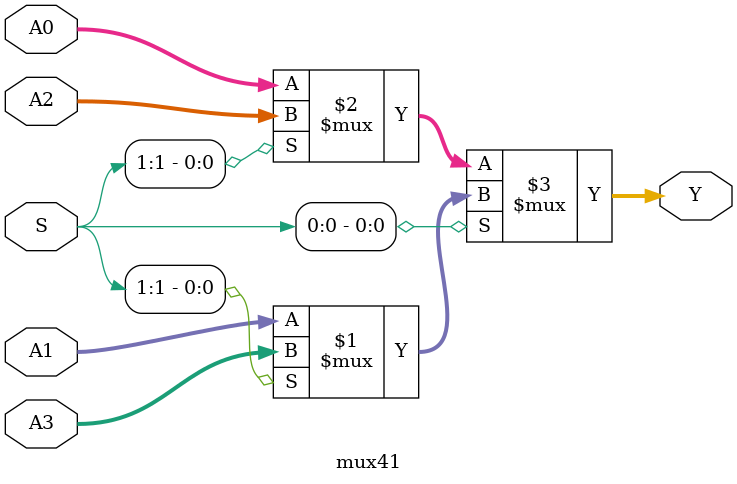
<source format=v>
module mux41 #(parameter Size=8)
  (Y, S, A0, A1, A2, A3);

  	output [Size-1:0] Y; 
	input [1:0] S;
	input [Size-1:0] A0;
	input [Size-1:0] A1;
	input [Size-1:0] A2;
	input [Size-1:0] A3;

	//Se S[0] for 0, escolhe entre A2 e A0 (se S[1] for 1 ou 0, respectivamente)
	//Se S[0] for 1, escolhe entre A3 e A1 (se S[1] for 1 ou 0, respectivamente)
	assign Y = S[0] ? (S[1] ? A3 : A1) : (S[1] ? A2 : A0);

endmodule

</source>
